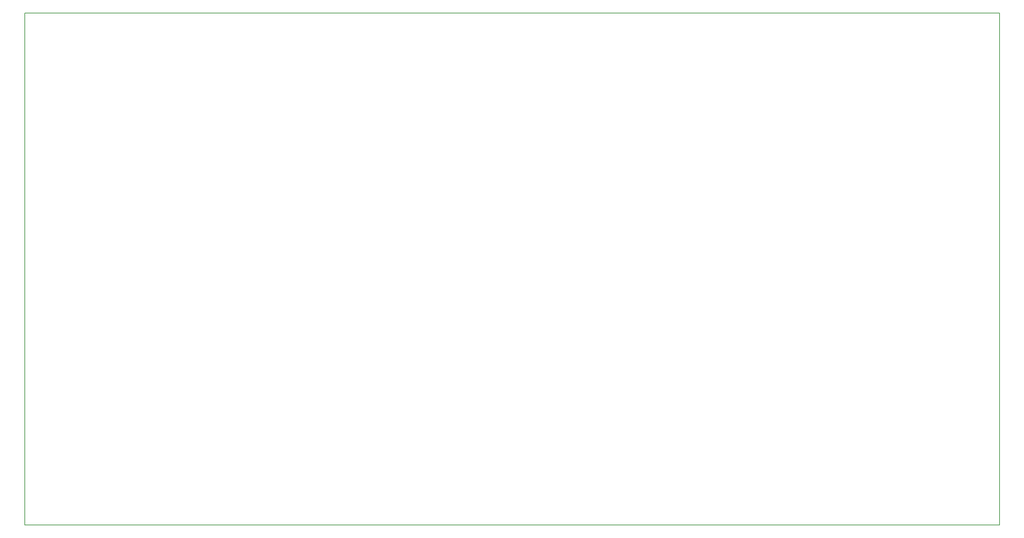
<source format=gko>
G04 DipTrace 2.4.0.2*
%INBoardOutline.gbr*%
%MOIN*%
%ADD11C,0.0055*%
%FSLAX44Y44*%
G04*
G70*
G90*
G75*
G01*
%LNBoardOutline*%
%LPD*%
X3937Y3937D2*
D11*
Y54937D1*
X100937D1*
Y3937D1*
X3937D1*
M02*

</source>
